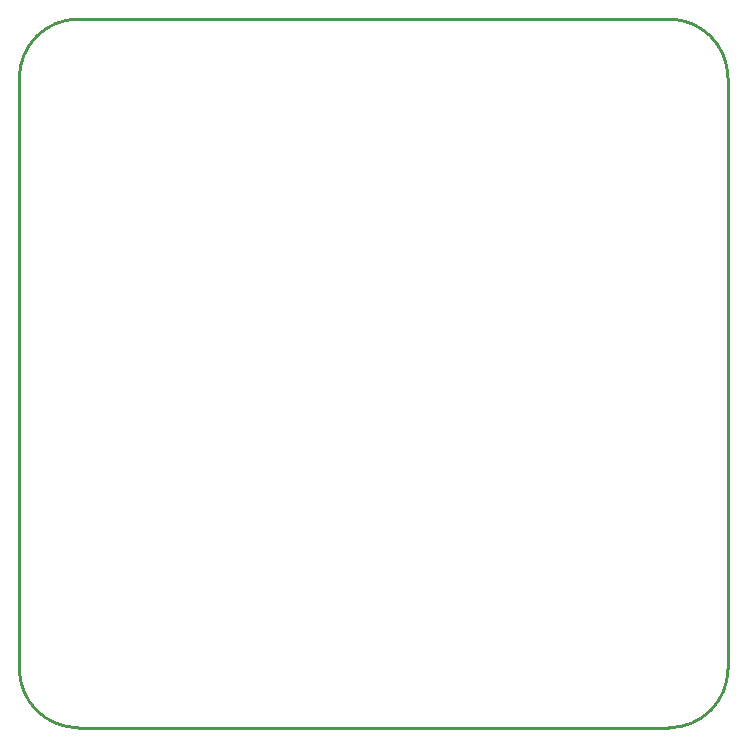
<source format=gko>
G04 Layer: BoardOutlineLayer*
G04 EasyEDA v6.5.44, 2024-08-12 22:27:17*
G04 a969c8272e934fc59d291ef219c4aee1,8459dde1cedc4d0a992e2e80de75b1a7,10*
G04 Gerber Generator version 0.2*
G04 Scale: 100 percent, Rotated: No, Reflected: No *
G04 Dimensions in millimeters *
G04 leading zeros omitted , absolute positions ,4 integer and 5 decimal *
%FSLAX45Y45*%
%MOMM*%

%ADD10C,0.2540*%
D10*
X5999988Y-499998D02*
G01*
X5999988Y-5499988D01*
X0Y-5499988D02*
G01*
X0Y-499998D01*
X5499988Y-5999987D02*
G01*
X499998Y-5999987D01*
X499998Y0D02*
G01*
X5499988Y0D01*
G75*
G01*
X5499989Y0D02*
G02*
X5999988Y-499999I0J-499999D01*
G75*
G01*
X5999988Y-5499989D02*
G02*
X5499989Y-5999988I-499999J0D01*
G75*
G01*
X499999Y-5999988D02*
G02*
X0Y-5499989I0J499999D01*
G75*
G01*
X0Y-499999D02*
G02*
X499999Y0I499999J0D01*

%LPD*%
M02*

</source>
